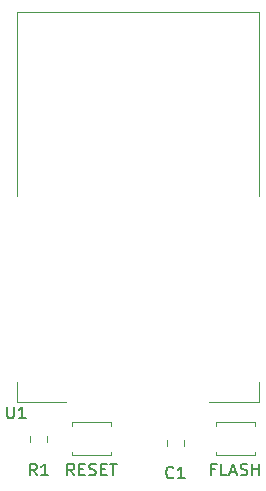
<source format=gbr>
%TF.GenerationSoftware,KiCad,Pcbnew,(5.1.6)-1*%
%TF.CreationDate,2020-10-31T14:58:00+02:00*%
%TF.ProjectId,zigbee-raspberry-module,7a696762-6565-42d7-9261-737062657272,rev?*%
%TF.SameCoordinates,Original*%
%TF.FileFunction,Legend,Top*%
%TF.FilePolarity,Positive*%
%FSLAX46Y46*%
G04 Gerber Fmt 4.6, Leading zero omitted, Abs format (unit mm)*
G04 Created by KiCad (PCBNEW (5.1.6)-1) date 2020-10-31 14:58:00*
%MOMM*%
%LPD*%
G01*
G04 APERTURE LIST*
%ADD10C,0.120000*%
%ADD11C,0.150000*%
G04 APERTURE END LIST*
D10*
%TO.C,C1*%
X151332000Y-102357422D02*
X151332000Y-102874578D01*
X149912000Y-102357422D02*
X149912000Y-102874578D01*
%TO.C,U1*%
X137190000Y-66100001D02*
X157690000Y-66100001D01*
X137190000Y-66100001D02*
X137190000Y-81713701D01*
X137190000Y-99100001D02*
X141382100Y-99100001D01*
X157690000Y-66100001D02*
X157690000Y-81713701D01*
X137190000Y-99100001D02*
X137190000Y-97474401D01*
X157690000Y-99100001D02*
X157690000Y-97474401D01*
X153497900Y-99100001D02*
X157690000Y-99100001D01*
%TO.C,RESET*%
X141860000Y-103335000D02*
X141860000Y-103635000D01*
X141860000Y-103635000D02*
X145160000Y-103635000D01*
X145160000Y-103635000D02*
X145160000Y-103335000D01*
X141860000Y-101135000D02*
X141860000Y-100835000D01*
X141860000Y-100835000D02*
X145160000Y-100835000D01*
X145160000Y-100835000D02*
X145160000Y-101135000D01*
%TO.C,FLASH*%
X157352000Y-101135000D02*
X157352000Y-100835000D01*
X157352000Y-100835000D02*
X154052000Y-100835000D01*
X154052000Y-100835000D02*
X154052000Y-101135000D01*
X157352000Y-103335000D02*
X157352000Y-103635000D01*
X157352000Y-103635000D02*
X154052000Y-103635000D01*
X154052000Y-103635000D02*
X154052000Y-103335000D01*
%TO.C,R1*%
X139775000Y-101976422D02*
X139775000Y-102493578D01*
X138355000Y-101976422D02*
X138355000Y-102493578D01*
%TO.C,C1*%
D11*
X150455333Y-105513142D02*
X150407714Y-105560761D01*
X150264857Y-105608380D01*
X150169619Y-105608380D01*
X150026761Y-105560761D01*
X149931523Y-105465523D01*
X149883904Y-105370285D01*
X149836285Y-105179809D01*
X149836285Y-105036952D01*
X149883904Y-104846476D01*
X149931523Y-104751238D01*
X150026761Y-104656000D01*
X150169619Y-104608380D01*
X150264857Y-104608380D01*
X150407714Y-104656000D01*
X150455333Y-104703619D01*
X151407714Y-105608380D02*
X150836285Y-105608380D01*
X151122000Y-105608380D02*
X151122000Y-104608380D01*
X151026761Y-104751238D01*
X150931523Y-104846476D01*
X150836285Y-104894095D01*
%TO.C,U1*%
X136398095Y-99528380D02*
X136398095Y-100337904D01*
X136445714Y-100433142D01*
X136493333Y-100480761D01*
X136588571Y-100528380D01*
X136779047Y-100528380D01*
X136874285Y-100480761D01*
X136921904Y-100433142D01*
X136969523Y-100337904D01*
X136969523Y-99528380D01*
X137969523Y-100528380D02*
X137398095Y-100528380D01*
X137683809Y-100528380D02*
X137683809Y-99528380D01*
X137588571Y-99671238D01*
X137493333Y-99766476D01*
X137398095Y-99814095D01*
%TO.C,RESET*%
X142057619Y-105354380D02*
X141724285Y-104878190D01*
X141486190Y-105354380D02*
X141486190Y-104354380D01*
X141867142Y-104354380D01*
X141962380Y-104402000D01*
X142010000Y-104449619D01*
X142057619Y-104544857D01*
X142057619Y-104687714D01*
X142010000Y-104782952D01*
X141962380Y-104830571D01*
X141867142Y-104878190D01*
X141486190Y-104878190D01*
X142486190Y-104830571D02*
X142819523Y-104830571D01*
X142962380Y-105354380D02*
X142486190Y-105354380D01*
X142486190Y-104354380D01*
X142962380Y-104354380D01*
X143343333Y-105306761D02*
X143486190Y-105354380D01*
X143724285Y-105354380D01*
X143819523Y-105306761D01*
X143867142Y-105259142D01*
X143914761Y-105163904D01*
X143914761Y-105068666D01*
X143867142Y-104973428D01*
X143819523Y-104925809D01*
X143724285Y-104878190D01*
X143533809Y-104830571D01*
X143438571Y-104782952D01*
X143390952Y-104735333D01*
X143343333Y-104640095D01*
X143343333Y-104544857D01*
X143390952Y-104449619D01*
X143438571Y-104402000D01*
X143533809Y-104354380D01*
X143771904Y-104354380D01*
X143914761Y-104402000D01*
X144343333Y-104830571D02*
X144676666Y-104830571D01*
X144819523Y-105354380D02*
X144343333Y-105354380D01*
X144343333Y-104354380D01*
X144819523Y-104354380D01*
X145105238Y-104354380D02*
X145676666Y-104354380D01*
X145390952Y-105354380D02*
X145390952Y-104354380D01*
%TO.C,FLASH*%
X154011523Y-104830571D02*
X153678190Y-104830571D01*
X153678190Y-105354380D02*
X153678190Y-104354380D01*
X154154380Y-104354380D01*
X155011523Y-105354380D02*
X154535333Y-105354380D01*
X154535333Y-104354380D01*
X155297238Y-105068666D02*
X155773428Y-105068666D01*
X155202000Y-105354380D02*
X155535333Y-104354380D01*
X155868666Y-105354380D01*
X156154380Y-105306761D02*
X156297238Y-105354380D01*
X156535333Y-105354380D01*
X156630571Y-105306761D01*
X156678190Y-105259142D01*
X156725809Y-105163904D01*
X156725809Y-105068666D01*
X156678190Y-104973428D01*
X156630571Y-104925809D01*
X156535333Y-104878190D01*
X156344857Y-104830571D01*
X156249619Y-104782952D01*
X156202000Y-104735333D01*
X156154380Y-104640095D01*
X156154380Y-104544857D01*
X156202000Y-104449619D01*
X156249619Y-104402000D01*
X156344857Y-104354380D01*
X156582952Y-104354380D01*
X156725809Y-104402000D01*
X157154380Y-105354380D02*
X157154380Y-104354380D01*
X157154380Y-104830571D02*
X157725809Y-104830571D01*
X157725809Y-105354380D02*
X157725809Y-104354380D01*
%TO.C,R1*%
X138898333Y-105354380D02*
X138565000Y-104878190D01*
X138326904Y-105354380D02*
X138326904Y-104354380D01*
X138707857Y-104354380D01*
X138803095Y-104402000D01*
X138850714Y-104449619D01*
X138898333Y-104544857D01*
X138898333Y-104687714D01*
X138850714Y-104782952D01*
X138803095Y-104830571D01*
X138707857Y-104878190D01*
X138326904Y-104878190D01*
X139850714Y-105354380D02*
X139279285Y-105354380D01*
X139565000Y-105354380D02*
X139565000Y-104354380D01*
X139469761Y-104497238D01*
X139374523Y-104592476D01*
X139279285Y-104640095D01*
%TD*%
M02*

</source>
